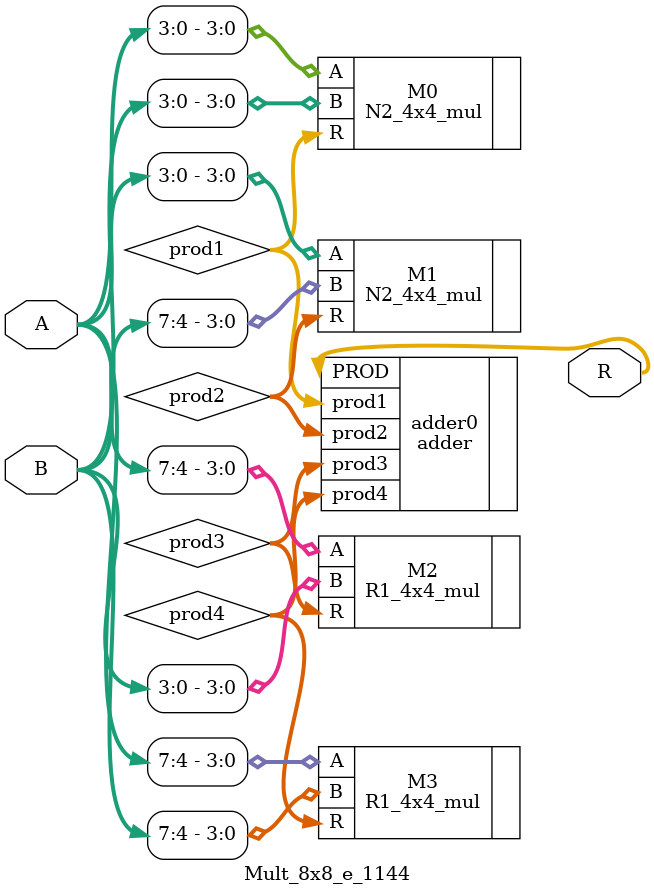
<source format=v>
module Mult_8x8_e_1144(
input [7:0] A,
input [7:0] B,
output [15:0]R
);
wire [7:0]prod1;
wire [7:0]prod2;
wire [7:0]prod3;
wire [7:0]prod4;

N2_4x4_mul M0(.A(A[3:0]),.B(B[3:0]),.R(prod1));
N2_4x4_mul M1(.A(A[3:0]),.B(B[7:4]),.R(prod2));
R1_4x4_mul M2(.A(A[7:4]),.B(B[3:0]),.R(prod3));
R1_4x4_mul M3(.A(A[7:4]),.B(B[7:4]),.R(prod4));
adder adder0(.prod1(prod1),.prod2(prod2),.prod3(prod3),.prod4(prod4),.PROD(R));
endmodule

</source>
